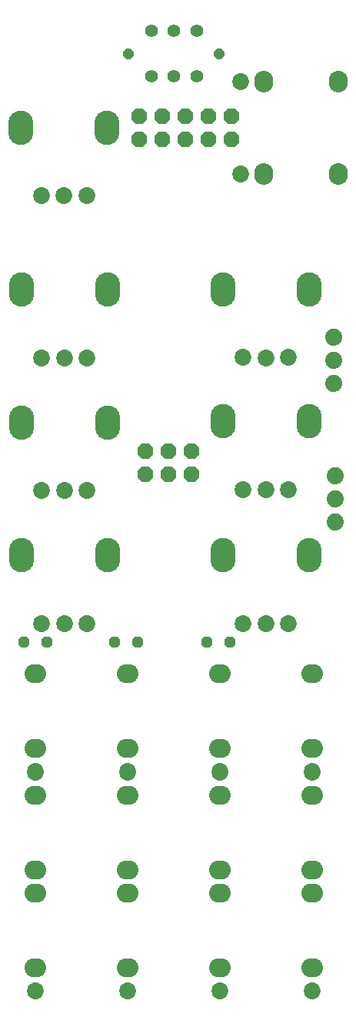
<source format=gbs>
G04 DipTrace 3.2.0.1*
G04 ugrids02.GBS*
%MOIN*%
G04 #@! TF.FileFunction,Soldermask,Bot*
G04 #@! TF.Part,Single*
%AMOUTLINE7*
4,1,8,
0.034184,-0.014159,
0.014159,-0.034184,
-0.014159,-0.034184,
-0.034184,-0.014159,
-0.034184,0.014159,
-0.014159,0.034184,
0.014159,0.034184,
0.034184,0.014159,
0.034184,-0.014159,
0*%
%AMOUTLINE9*
4,1,8,
0.024021,0.00995,
0.00995,0.024021,
-0.00995,0.024021,
-0.024021,0.00995,
-0.024021,-0.00995,
-0.00995,-0.024021,
0.00995,-0.024021,
0.024021,-0.00995,
0.024021,0.00995,
0*%
%AMOUTLINE12*
4,1,8,
0.02197,0.0091,
0.0091,0.02197,
-0.0091,0.02197,
-0.02197,0.0091,
-0.02197,-0.0091,
-0.0091,-0.02197,
0.0091,-0.02197,
0.02197,-0.0091,
0.02197,0.0091,
0*%
%ADD30C,0.074*%
%ADD33C,0.055433*%
%ADD54O,0.108031X0.149291*%
%ADD56O,0.083031X0.093031*%
%ADD62C,0.073031*%
%ADD64O,0.093031X0.083031*%
%ADD75OUTLINE7*%
%ADD77OUTLINE9*%
%ADD80OUTLINE12*%
%FSLAX26Y26*%
G04*
G70*
G90*
G75*
G01*
G04 BotMask*
%LPD*%
D64*
X1367178Y557104D3*
Y882104D3*
D62*
Y457104D3*
D64*
X967178Y557104D3*
Y882104D3*
D62*
Y457104D3*
D64*
X567178Y557104D3*
Y882104D3*
D62*
Y457104D3*
D64*
X1367178Y1507104D3*
Y1832104D3*
D62*
Y1407104D3*
D64*
X967178Y1507104D3*
Y1832104D3*
D62*
Y1407104D3*
D64*
X567178Y1507104D3*
Y1832104D3*
D62*
Y1407104D3*
D56*
X1555178Y4394104D3*
X1880178D3*
D62*
X1455178D3*
X790178Y3199104D3*
X692178Y3198829D3*
X594178Y3199104D3*
D54*
X505178Y3494104D3*
X879178D3*
D75*
X1042178Y2694104D3*
Y2794104D3*
X1142178Y2694104D3*
Y2794104D3*
X1242178Y2694104D3*
Y2794104D3*
X1017178Y4144104D3*
Y4244104D3*
X1117178Y4144104D3*
Y4244104D3*
X1217178Y4144104D3*
Y4244104D3*
X1317178Y4144104D3*
Y4244104D3*
X1417178Y4144104D3*
Y4244104D3*
D30*
X1867177Y2487854D3*
Y2587854D3*
Y2687854D3*
X1860927Y3287855D3*
Y3187855D3*
Y3087855D3*
D77*
X1311199Y1969104D3*
X1411199D3*
X911199D3*
X1011199D3*
X517178D3*
X617178D3*
D64*
X1367178Y1306104D3*
Y981104D3*
D62*
Y1406104D3*
D64*
X967178Y1306104D3*
Y981104D3*
D62*
Y1406104D3*
D64*
X567178Y1306104D3*
Y981104D3*
D62*
Y1406104D3*
X788800Y3900355D3*
X690800Y3900079D3*
X592800Y3900355D3*
D54*
X503800Y4195355D3*
X877800D3*
D62*
X790178Y2624104D3*
X692178Y2623829D3*
X594178Y2624104D3*
D54*
X505178Y2919104D3*
X879178D3*
D62*
X1663603Y2049695D3*
X1565603Y2049419D3*
X1467603Y2049695D3*
D54*
X1378603Y2344695D3*
X1752603D3*
D62*
X790178Y2049104D3*
X692178Y2048829D3*
X594178Y2049104D3*
D54*
X505178Y2344104D3*
X879178D3*
D62*
X1663603Y2628632D3*
X1565603Y2628356D3*
X1467603Y2628632D3*
D54*
X1378603Y2923632D3*
X1752603D3*
D62*
X1663603Y3200060D3*
X1565603Y3199784D3*
X1467603Y3200060D3*
D54*
X1378603Y3495060D3*
X1752603D3*
D64*
X1767178Y1507104D3*
Y1832104D3*
D62*
Y1407104D3*
D56*
X1555178Y3994104D3*
X1880178D3*
D62*
X1455178D3*
D80*
X1364028Y4515955D3*
X970328D3*
D33*
X1265603Y4417530D3*
X1167178D3*
X1068753D3*
X1265603Y4614380D3*
X1167178D3*
X1068753D3*
D64*
X1767178Y557104D3*
Y882104D3*
D62*
Y457104D3*
D64*
Y1306104D3*
Y981104D3*
D62*
Y1406104D3*
M02*

</source>
